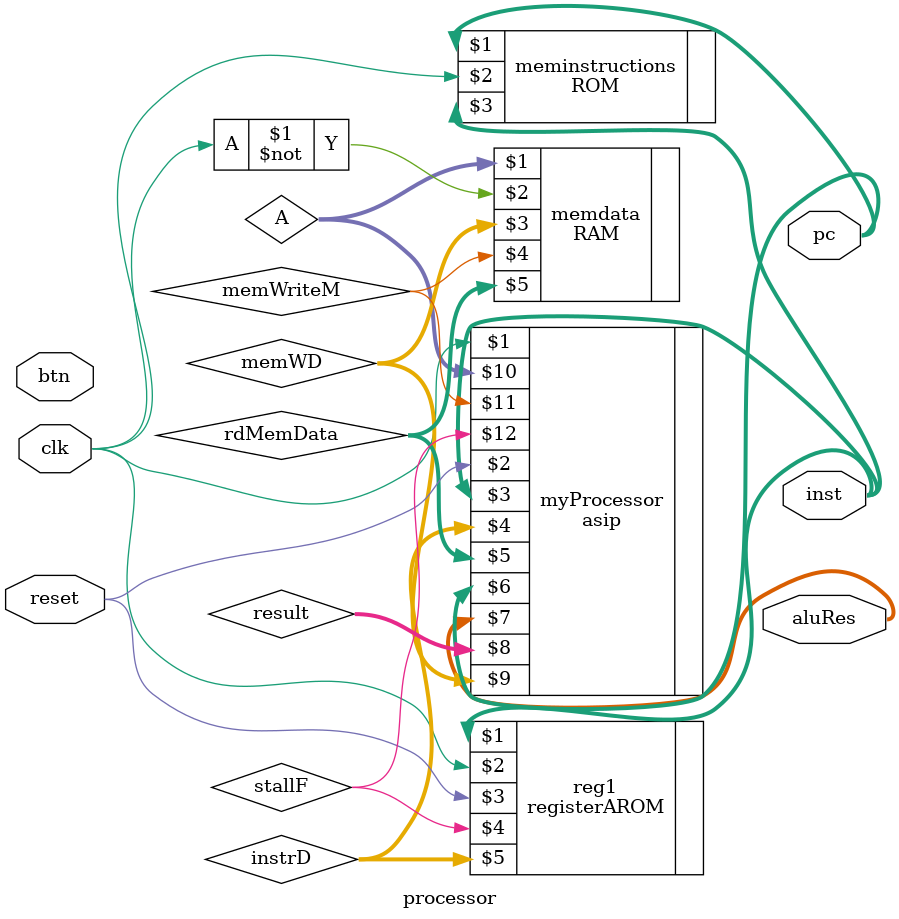
<source format=sv>
module processor(input logic clk, reset, input[3:0] btn, output logic[15:0] aluRes,pc, output logic [23:0]inst);

	
	logic [23:0] instrD,rdMemData,memWD, result;
	logic [15:0] A;
	logic memWriteM, stallF;
	
	ROM meminstructions(pc,clk, inst);

	registerAROM reg1(inst,clk, reset, stallF,instrD);
	
	asip myProcessor(clk,reset,inst, instrD,rdMemData, pc, aluRes,result,memWD, A,memWriteM, stallF);
	 
	RAM memdata(A,~clk, memWD, memWriteM, rdMemData);

endmodule 

</source>
